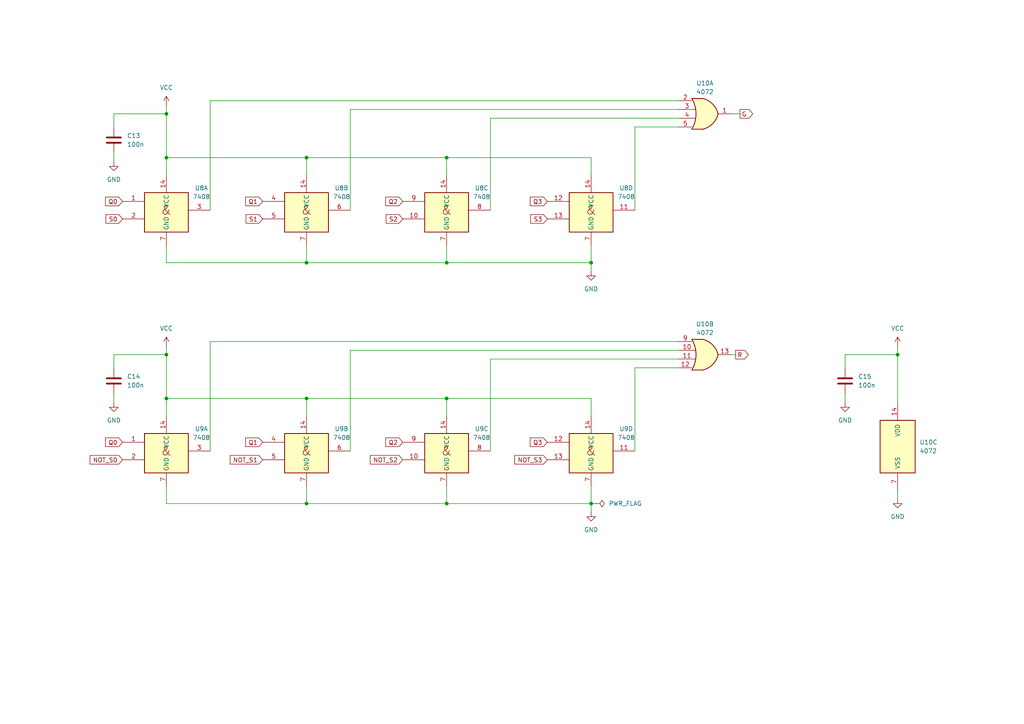
<source format=kicad_sch>
(kicad_sch (version 20250114) (generator "eeschema") (generator_version "9.0")
  (paper "A4")
  (title_block (title "PinCheck - 4 Pin Cable (LEMHAL)") (date "2025-08-27") (rev "Rev 1.0") (company "Igor Oliveira") (comment 1 "Continuity & Logic Test Circuit") (comment 2 "Decade Counter with pass/fail logic gates"))
  (lib_symbols
    (symbol "4xxx:4072" (pin_names (offset 1.016))
      (property "Reference" "U" (at 0 1.27 0))
      (property "Value" "4072" (at 0 -1.27 0))
      (symbol "4072_1_1"
        (arc (start -3.81 4.445) (mid -2.5908 0) (end -3.81 -4.445) (stroke (width 0.254)))
        (polyline (pts (xy -3.81 4.445) (xy -0.635 4.445)) (stroke (width 0.254)) (fill (type background)))
        (polyline (pts (xy -3.81 -4.445) (xy -0.635 -4.445)) (stroke (width 0.254)) (fill (type background)))
        (arc (start -0.6096 4.445) (mid 2.2198 2.8385) (end 3.81 0) (stroke (width 0.254)) (fill (type background)))
        (arc (start 3.81 0) (mid 2.224 -2.8428) (end -0.6096 -4.445) (stroke (width 0.254)) (fill (type background)))
        (polyline (pts (xy -0.635 4.445) (xy -3.81 4.445) (xy -3.81 4.445) (xy -3.6322 4.0894) (xy -3.0988 2.921) (xy -2.7686 1.6764) (xy -2.6162 0.4318) (xy -2.6416 -0.8636) (xy -2.8702 -2.1082) (xy -3.2512 -3.3274) (xy -3.81 -4.445) (xy -3.81 -4.445) (xy -0.635 -4.445)) (stroke (width -25.4)) (fill (type background)))
        (pin input line (at -7.62 3.81 0) (length 3.81) (name "~") (number "2"))
        (pin input line (at -7.62 1.27 0) (length 4.826) (name "~") (number "3"))
        (pin input line (at -7.62 -1.27 0) (length 4.826) (name "~") (number "4"))
        (pin input line (at -7.62 -3.81 0) (length 3.81) (name "~") (number "5"))
        (pin output line (at 7.62 0 180) (length 3.81) (name "~") (number "1"))
      )
      (symbol "4072_1_2"
        (arc (start -0.635 4.445) (mid 3.7907 0) (end -0.635 -4.445) (stroke (width 0.254)) (fill (type background)))
        (polyline (pts (xy -0.635 4.445) (xy -3.81 4.445) (xy -3.81 -4.445) (xy -0.635 -4.445)) (stroke (width 0.254)) (fill (type background)))
        (pin input inverted (at -7.62 3.81 0) (length 3.81) (name "~") (number "2"))
        (pin input inverted (at -7.62 1.27 0) (length 3.81) (name "~") (number "3"))
        (pin input inverted (at -7.62 -1.27 0) (length 3.81) (name "~") (number "4"))
        (pin input inverted (at -7.62 -3.81 0) (length 3.81) (name "~") (number "5"))
        (pin output inverted (at 7.62 0 180) (length 3.81) (name "~") (number "1"))
      )
      (symbol "4072_2_1"
        (arc (start -3.81 4.445) (mid -2.5908 0) (end -3.81 -4.445) (stroke (width 0.254)))
        (polyline (pts (xy -3.81 4.445) (xy -0.635 4.445)) (stroke (width 0.254)) (fill (type background)))
        (polyline (pts (xy -3.81 -4.445) (xy -0.635 -4.445)) (stroke (width 0.254)) (fill (type background)))
        (arc (start -0.6096 4.445) (mid 2.2198 2.8385) (end 3.81 0) (stroke (width 0.254)) (fill (type background)))
        (arc (start 3.81 0) (mid 2.224 -2.8428) (end -0.6096 -4.445) (stroke (width 0.254)) (fill (type background)))
        (polyline (pts (xy -0.635 4.445) (xy -3.81 4.445) (xy -3.81 4.445) (xy -3.6322 4.0894) (xy -3.0988 2.921) (xy -2.7686 1.6764) (xy -2.6162 0.4318) (xy -2.6416 -0.8636) (xy -2.8702 -2.1082) (xy -3.2512 -3.3274) (xy -3.81 -4.445) (xy -3.81 -4.445) (xy -0.635 -4.445)) (stroke (width -25.4)) (fill (type background)))
        (pin input line (at -7.62 3.81 0) (length 3.81) (name "~") (number "9"))
        (pin input line (at -7.62 1.27 0) (length 4.826) (name "~") (number "10"))
        (pin input line (at -7.62 -1.27 0) (length 4.826) (name "~") (number "11"))
        (pin input line (at -7.62 -3.81 0) (length 3.81) (name "~") (number "12"))
        (pin output line (at 7.62 0 180) (length 3.81) (name "~") (number "13"))
      )
      (symbol "4072_2_2"
        (arc (start -0.635 4.445) (mid 3.7907 0) (end -0.635 -4.445) (stroke (width 0.254)) (fill (type background)))
        (polyline (pts (xy -0.635 4.445) (xy -3.81 4.445) (xy -3.81 -4.445) (xy -0.635 -4.445)) (stroke (width 0.254)) (fill (type background)))
        (pin input inverted (at -7.62 3.81 0) (length 3.81) (name "~") (number "9"))
        (pin input inverted (at -7.62 1.27 0) (length 3.81) (name "~") (number "10"))
        (pin input inverted (at -7.62 -1.27 0) (length 3.81) (name "~") (number "11"))
        (pin input inverted (at -7.62 -3.81 0) (length 3.81) (name "~") (number "12"))
        (pin output inverted (at 7.62 0 180) (length 3.81) (name "~") (number "13"))
      )
      (symbol "4072_3_0"
        (pin power_in line (at 0 12.7 270) (length 5.08) (name "VDD") (number "14"))
        (pin power_in line (at 0 -12.7 90) (length 5.08) (name "VSS") (number "7"))
      )
      (symbol "4072_3_1"
        (rectangle (start -5.08 7.62) (end 5.08 -7.62) (stroke (width 0.254)) (fill (type background)))
      )
    )
    (symbol "74xx_IEEE:7408"
      (property "Reference" "U" (at 2.54 7.62 0))
      (property "Value" "7408" (at 3.81 -8.89 0))
      (symbol "7408_0_1"
        (rectangle (start -6.35 5.08) (end 6.35 -6.35) (stroke (width 0.254)) (fill (type background)))
        (text "&" (at 0 0 0) (effects (font (size 2.54 2.54))))
        (pin power_in line (at 0 10.16 270) (length 5.08) (name "VCC") (number "14"))
        (pin power_in line (at 0 -10.16 90) (length 3.81) (name "GND") (number "7"))
      )
      (symbol "7408_1_1"
        (pin input line (at -12.7 2.54 0) (length 6.35) (name "~") (number "1"))
        (pin input line (at -12.7 -2.54 0) (length 6.35) (name "~") (number "2"))
        (pin output line (at 12.7 0 180) (length 6.35) (name "~") (number "3"))
      )
      (symbol "7408_2_1"
        (pin input line (at -12.7 2.54 0) (length 6.35) (name "~") (number "4"))
        (pin input line (at -12.7 -2.54 0) (length 6.35) (name "~") (number "5"))
        (pin input line (at 12.7 0 180) (length 6.35) (name "~") (number "6"))
      )
      (symbol "7408_3_1"
        (pin input line (at -12.7 2.54 0) (length 6.35) (name "~") (number "9"))
        (pin input line (at -12.7 -2.54 0) (length 6.35) (name "~") (number "10"))
        (pin input line (at 12.7 0 180) (length 6.35) (name "~") (number "8"))
      )
      (symbol "7408_4_1"
        (pin input line (at -12.7 2.54 0) (length 6.35) (name "~") (number "12"))
        (pin input line (at -12.7 -2.54 0) (length 6.35) (name "~") (number "13"))
        (pin input line (at 12.7 0 180) (length 6.35) (name "~") (number "11"))
      )
    )
    (symbol "Device:C" (pin_numbers (hide yes)) (pin_names (offset 0.254))
      (property "Reference" "C" (at 0.635 2.54 0))
      (property "Value" "C" (at 0.635 -2.54 0))
      (symbol "C_0_1"
        (polyline (pts (xy -2.032 0.762) (xy 2.032 0.762)) (stroke (width 0.508)))
        (polyline (pts (xy -2.032 -0.762) (xy 2.032 -0.762)) (stroke (width 0.508)))
      )
      (symbol "C_1_1"
        (pin passive line (at 0 3.81 270) (length 2.794) (name "~") (number "1"))
        (pin passive line (at 0 -3.81 90) (length 2.794) (name "~") (number "2"))
      )
    )
    (symbol "power:GND" (power) (pin_numbers (hide yes)) (pin_names (offset 0) (hide yes))
      (property "Value" "GND" (at 0 -3.81 0))
      (symbol "GND_0_1"
        (polyline (pts (xy 0 0) (xy 0 -1.27) (xy 1.27 -1.27) (xy 0 -2.54) (xy -1.27 -1.27) (xy 0 -1.27)))
      )
      (symbol "GND_1_1"
        (pin power_in line (at 0 0 270) (length 0) (name "~") (number "1"))
      )
    )
    (symbol "power:PWR_FLAG" (power) (pin_numbers (hide yes)) (pin_names (offset 0) (hide yes))
      (property "Value" "PWR_FLAG" (at 0 3.81 0))
      (symbol "PWR_FLAG_0_0"
        (pin power_out line (at 0 0 90) (length 0) (name "~") (number "1"))
      )
      (symbol "PWR_FLAG_0_1"
        (polyline (pts (xy 0 0) (xy 0 1.27) (xy -1.016 1.905) (xy 0 2.54) (xy 1.016 1.905) (xy 0 1.27)))
      )
    )
    (symbol "power:VCC" (power) (pin_numbers (hide yes)) (pin_names (offset 0) (hide yes))
      (property "Value" "VCC" (at 0 3.556 0))
      (symbol "VCC_0_1"
        (polyline (pts (xy -0.762 1.27) (xy 0 2.54)))
        (polyline (pts (xy 0 2.54) (xy 0.762 1.27)))
        (polyline (pts (xy 0 0) (xy 0 2.54)))
      )
      (symbol "VCC_1_1"
        (pin power_in line (at 0 0 90) (length 0) (name "~") (number "1"))
      )
    )
  )
  (junction (at 48.26 102.87))
  (junction (at 48.26 115.57))
  (junction (at 88.9 76.2))
  (junction (at 129.54 45.72))
  (junction (at 129.54 146.05))
  (junction (at 48.26 33.02))
  (junction (at 88.9 115.57))
  (junction (at 48.26 45.72))
  (junction (at 88.9 146.05))
  (junction (at 88.9 45.72))
  (junction (at 129.54 115.57))
  (junction (at 129.54 76.2))
  (junction (at 171.45 76.2))
  (junction (at 171.45 146.05))
  (junction (at 260.35 102.87))
  (wire (pts (xy 101.6 101.6) (xy 196.85 101.6)))
  (wire (pts (xy 48.26 115.57) (xy 88.9 115.57)))
  (wire (pts (xy 260.35 102.87) (xy 245.11 102.87)))
  (wire (pts (xy 129.54 45.72) (xy 171.45 45.72)))
  (wire (pts (xy 196.85 31.75) (xy 101.6 31.75)))
  (wire (pts (xy 88.9 45.72) (xy 129.54 45.72)))
  (wire (pts (xy 129.54 45.72) (xy 129.54 50.8)))
  (wire (pts (xy 171.45 148.59) (xy 171.45 146.05)))
  (wire (pts (xy 60.96 130.81) (xy 60.96 99.06)))
  (wire (pts (xy 88.9 71.12) (xy 88.9 76.2)))
  (wire (pts (xy 88.9 140.97) (xy 88.9 146.05)))
  (wire (pts (xy 88.9 76.2) (xy 129.54 76.2)))
  (wire (pts (xy 142.24 104.14) (xy 196.85 104.14)))
  (wire (pts (xy 260.35 142.24) (xy 260.35 144.78)))
  (wire (pts (xy 88.9 115.57) (xy 88.9 120.65)))
  (wire (pts (xy 129.54 140.97) (xy 129.54 146.05)))
  (wire (pts (xy 101.6 101.6) (xy 101.6 130.81)))
  (wire (pts (xy 48.26 71.12) (xy 48.26 76.2)))
  (wire (pts (xy 245.11 116.84) (xy 245.11 114.3)))
  (wire (pts (xy 214.63 33.02) (xy 212.09 33.02)))
  (wire (pts (xy 101.6 31.75) (xy 101.6 60.96)))
  (wire (pts (xy 48.26 45.72) (xy 48.26 50.8)))
  (wire (pts (xy 48.26 76.2) (xy 88.9 76.2)))
  (wire (pts (xy 48.26 45.72) (xy 88.9 45.72)))
  (wire (pts (xy 88.9 45.72) (xy 88.9 50.8)))
  (wire (pts (xy 171.45 115.57) (xy 171.45 120.65)))
  (wire (pts (xy 142.24 130.81) (xy 142.24 104.14)))
  (wire (pts (xy 129.54 71.12) (xy 129.54 76.2)))
  (wire (pts (xy 48.26 30.48) (xy 48.26 33.02)))
  (wire (pts (xy 171.45 78.74) (xy 171.45 76.2)))
  (wire (pts (xy 245.11 102.87) (xy 245.11 106.68)))
  (wire (pts (xy 48.26 45.72) (xy 48.26 33.02)))
  (wire (pts (xy 88.9 115.57) (xy 129.54 115.57)))
  (wire (pts (xy 48.26 115.57) (xy 48.26 102.87)))
  (wire (pts (xy 33.02 46.99) (xy 33.02 44.45)))
  (wire (pts (xy 171.45 45.72) (xy 171.45 50.8)))
  (wire (pts (xy 142.24 60.96) (xy 142.24 34.29)))
  (wire (pts (xy 33.02 33.02) (xy 33.02 36.83)))
  (wire (pts (xy 260.35 102.87) (xy 260.35 116.84)))
  (wire (pts (xy 184.15 106.68) (xy 184.15 130.81)))
  (wire (pts (xy 33.02 102.87) (xy 33.02 106.68)))
  (wire (pts (xy 33.02 116.84) (xy 33.02 114.3)))
  (wire (pts (xy 184.15 36.83) (xy 196.85 36.83)))
  (wire (pts (xy 48.26 140.97) (xy 48.26 146.05)))
  (wire (pts (xy 48.26 102.87) (xy 33.02 102.87)))
  (wire (pts (xy 48.26 100.33) (xy 48.26 102.87)))
  (wire (pts (xy 260.35 100.33) (xy 260.35 102.87)))
  (wire (pts (xy 129.54 146.05) (xy 171.45 146.05)))
  (wire (pts (xy 171.45 140.97) (xy 171.45 146.05)))
  (wire (pts (xy 184.15 106.68) (xy 196.85 106.68)))
  (wire (pts (xy 129.54 76.2) (xy 171.45 76.2)))
  (wire (pts (xy 60.96 99.06) (xy 196.85 99.06)))
  (wire (pts (xy 88.9 146.05) (xy 129.54 146.05)))
  (wire (pts (xy 60.96 29.21) (xy 196.85 29.21)))
  (wire (pts (xy 60.96 60.96) (xy 60.96 29.21)))
  (wire (pts (xy 129.54 115.57) (xy 129.54 120.65)))
  (wire (pts (xy 48.26 33.02) (xy 33.02 33.02)))
  (wire (pts (xy 184.15 36.83) (xy 184.15 60.96)))
  (wire (pts (xy 171.45 71.12) (xy 171.45 76.2)))
  (wire (pts (xy 48.26 146.05) (xy 88.9 146.05)))
  (wire (pts (xy 172.72 146.05) (xy 171.45 146.05)))
  (wire (pts (xy 142.24 34.29) (xy 196.85 34.29)))
  (wire (pts (xy 213.36 102.87) (xy 212.09 102.87)))
  (wire (pts (xy 48.26 115.57) (xy 48.26 120.65)))
  (wire (pts (xy 129.54 115.57) (xy 171.45 115.57)))
  (global_label "Q0" (shape input) (at 35.56 58.42 180) (property "Intersheetrefs" "${INTERSHEET_REFS}" (effects (hide yes))))
  (global_label "S2" (shape input) (at 116.84 63.5 180) (property "Intersheetrefs" "${INTERSHEET_REFS}" (effects (hide yes))))
  (global_label "S0" (shape input) (at 35.56 63.5 180) (property "Intersheetrefs" "${INTERSHEET_REFS}" (effects (hide yes))))
  (global_label "NOT_S1" (shape input) (at 76.2 133.35 180) (property "Intersheetrefs" "${INTERSHEET_REFS}" (effects (hide yes))))
  (global_label "Q3" (shape input) (at 158.75 58.42 180) (property "Intersheetrefs" "${INTERSHEET_REFS}" (effects (hide yes))))
  (global_label "Q0" (shape input) (at 35.56 128.27 180) (property "Intersheetrefs" "${INTERSHEET_REFS}" (effects (hide yes))))
  (global_label "S3" (shape input) (at 158.75 63.5 180) (property "Intersheetrefs" "${INTERSHEET_REFS}" (effects (hide yes))))
  (global_label "NOT_S0" (shape input) (at 35.56 133.35 180) (property "Intersheetrefs" "${INTERSHEET_REFS}" (effects (hide yes))))
  (global_label "G" (shape output) (at 214.63 33.02 0) (property "Intersheetrefs" "${INTERSHEET_REFS}" (effects (hide yes))))
  (global_label "Q3" (shape input) (at 158.75 128.27 180) (property "Intersheetrefs" "${INTERSHEET_REFS}" (effects (hide yes))))
  (global_label "NOT_S2" (shape input) (at 116.84 133.35 180) (property "Intersheetrefs" "${INTERSHEET_REFS}" (effects (hide yes))))
  (global_label "NOT_S3" (shape input) (at 158.75 133.35 180) (property "Intersheetrefs" "${INTERSHEET_REFS}" (effects (hide yes))))
  (global_label "Q2" (shape input) (at 116.84 58.42 180) (property "Intersheetrefs" "${INTERSHEET_REFS}" (effects (hide yes))))
  (global_label "R" (shape output) (at 213.36 102.87 0) (property "Intersheetrefs" "${INTERSHEET_REFS}" (effects (hide yes))))
  (global_label "S1" (shape input) (at 76.2 63.5 180) (property "Intersheetrefs" "${INTERSHEET_REFS}" (effects (hide yes))))
  (global_label "Q1" (shape input) (at 76.2 128.27 180) (property "Intersheetrefs" "${INTERSHEET_REFS}" (effects (hide yes))))
  (global_label "Q2" (shape input) (at 116.84 128.27 180) (property "Intersheetrefs" "${INTERSHEET_REFS}" (effects (hide yes))))
  (global_label "Q1" (shape input) (at 76.2 58.42 180) (property "Intersheetrefs" "${INTERSHEET_REFS}" (effects (hide yes))))
  (symbol (lib_id "74xx_IEEE:7408") (at 48.26 130.81 0) (unit 1)
    (property "Reference" "U9" (at 58.42 124.3898 0))
    (property "Value" "7408" (at 58.42 126.9298 0))
    (property "Footprint" "Package_SO:SOIC-14_3.9x8.7mm_P1.27mm" (effects (hide yes)))
    (property "Description" "AND Gate IC 4 Channel 14-SOIC" (effects (hide yes)))
    (property "Manufacturer Part No" "74HC08D" (effects (hide yes)))
  )
  (symbol (lib_id "74xx_IEEE:7408") (at 171.45 130.81 0) (unit 4)
    (property "Reference" "U9" (at 181.61 124.3898 0))
    (property "Value" "7408" (at 181.61 126.9298 0))
    (property "Footprint" "Package_SO:SOIC-14_3.9x8.7mm_P1.27mm" (effects (hide yes)))
    (property "Description" "AND Gate IC 4 Channel 14-SOIC" (effects (hide yes)))
    (property "Manufacturer Part No" "74HC08D" (effects (hide yes)))
  )
  (symbol (lib_id "74xx_IEEE:7408") (at 88.9 130.81 0) (unit 2)
    (property "Reference" "U9" (at 99.06 124.3898 0))
    (property "Value" "7408" (at 99.06 126.9298 0))
    (property "Footprint" "Package_SO:SOIC-14_3.9x8.7mm_P1.27mm" (effects (hide yes)))
    (property "Description" "AND Gate IC 4 Channel 14-SOIC" (effects (hide yes)))
    (property "Manufacturer Part No" "74HC08D" (effects (hide yes)))
  )
  (symbol (lib_id "74xx_IEEE:7408") (at 48.26 60.96 0) (unit 1)
    (property "Reference" "U8" (at 58.42 54.5398 0))
    (property "Value" "7408" (at 58.42 57.0798 0))
    (property "Footprint" "Package_SO:SOIC-14_3.9x8.7mm_P1.27mm" (effects (hide yes)))
    (property "Description" "AND Gate IC 4 Channel 14-SOIC" (effects (hide yes)))
    (property "Manufacturer Part No" "74HC08D" (effects (hide yes)))
  )
  (symbol (lib_id "power:GND") (at 33.02 116.84 0) (unit 1)
    (property "Reference" "#PWR043" (effects (hide yes)))
    (property "Value" "GND" (at 33.02 121.92 0))
    (property "Description" "Power symbol creates a global label with name \"GND\" , ground" (effects (hide yes)))
  )
  (symbol (lib_id "power:GND") (at 260.35 144.78 0) (unit 1)
    (property "Reference" "#PWR050" (effects (hide yes)))
    (property "Value" "GND" (at 260.35 149.86 0))
    (property "Description" "Power symbol creates a global label with name \"GND\" , ground" (effects (hide yes)))
  )
  (symbol (lib_id "4xxx:4072") (at 204.47 33.02 0) (unit 1)
    (property "Reference" "U10" (at 204.47 24.13 0))
    (property "Value" "4072" (at 204.47 26.67 0))
    (property "Footprint" "Package_SO:SOIC-14_3.9x8.7mm_P1.27mm" (effects (hide yes)))
    (property "Datasheet" "http://www.intersil.com/content/dam/Intersil/documents/cd40/cd4071bms-72bms-75bms.pdf" (effects (hide yes)))
    (property "Description" "OR Gate IC 2 Channel 14-SOIC" (effects (hide yes)))
    (property "Manufacturer Part No" "CD4072BM96" (effects (hide yes)))
  )
  (symbol (lib_id "power:GND") (at 245.11 116.84 0) (unit 1)
    (property "Reference" "#PWR048" (effects (hide yes)))
    (property "Value" "GND" (at 245.11 121.92 0))
    (property "Description" "Power symbol creates a global label with name \"GND\" , ground" (effects (hide yes)))
  )
  (symbol (lib_id "Device:C") (at 245.11 110.49 0) (unit 1)
    (property "Reference" "C15" (at 248.92 109.2199 0) (effects (justify left)))
    (property "Value" "100n" (at 248.92 111.7599 0) (effects (justify left)))
    (property "Footprint" "Capacitor_SMD:C_0805_2012Metric" (effects (hide yes)))
    (property "Description" "SMD Multilayer Ceramic Capacitor, 0.1 µF, 16 V, 0805 [2012 Metric], ± 10%, X7R" (effects (hide yes)))
    (property "Manufacturer Part No" "0805B104K160CT" (effects (hide yes)))
  )
  (symbol (lib_id "4xxx:4072") (at 260.35 129.54 0) (unit 3)
    (property "Reference" "U10" (at 266.7 128.2699 0) (effects (justify left)))
    (property "Value" "4072" (at 266.7 130.8099 0) (effects (justify left)))
    (property "Footprint" "Package_SO:SOIC-14_3.9x8.7mm_P1.27mm" (effects (hide yes)))
    (property "Datasheet" "http://www.intersil.com/content/dam/Intersil/documents/cd40/cd4071bms-72bms-75bms.pdf" (effects (hide yes)))
    (property "Description" "OR Gate IC 2 Channel 14-SOIC" (effects (hide yes)))
    (property "Manufacturer Part No" "CD4072BM96" (effects (hide yes)))
  )
  (symbol (lib_id "74xx_IEEE:7408") (at 129.54 60.96 0) (unit 3)
    (property "Reference" "U8" (at 139.7 54.5398 0))
    (property "Value" "7408" (at 139.7 57.0798 0))
    (property "Footprint" "Package_SO:SOIC-14_3.9x8.7mm_P1.27mm" (effects (hide yes)))
    (property "Description" "AND Gate IC 4 Channel 14-SOIC" (effects (hide yes)))
    (property "Manufacturer Part No" "74HC08D" (effects (hide yes)))
  )
  (symbol (lib_id "power:GND") (at 171.45 78.74 0) (unit 1)
    (property "Reference" "#PWR046" (effects (hide yes)))
    (property "Value" "GND" (at 171.45 83.82 0))
    (property "Description" "Power symbol creates a global label with name \"GND\" , ground" (effects (hide yes)))
  )
  (symbol (lib_id "74xx_IEEE:7408") (at 171.45 60.96 0) (unit 4)
    (property "Reference" "U8" (at 181.61 54.5398 0))
    (property "Value" "7408" (at 181.61 57.0798 0))
    (property "Footprint" "Package_SO:SOIC-14_3.9x8.7mm_P1.27mm" (effects (hide yes)))
    (property "Description" "AND Gate IC 4 Channel 14-SOIC" (effects (hide yes)))
    (property "Manufacturer Part No" "74HC08D" (effects (hide yes)))
  )
  (symbol (lib_id "power:VCC") (at 48.26 100.33 0) (unit 1)
    (property "Reference" "#PWR045" (effects (hide yes)))
    (property "Value" "VCC" (at 48.26 95.25 0))
    (property "Description" "Power symbol creates a global label with name \"VCC\"" (effects (hide yes)))
  )
  (symbol (lib_id "power:VCC") (at 260.35 100.33 0) (unit 1)
    (property "Reference" "#PWR049" (effects (hide yes)))
    (property "Value" "VCC" (at 260.35 95.25 0))
    (property "Description" "Power symbol creates a global label with name \"VCC\"" (effects (hide yes)))
  )
  (symbol (lib_id "74xx_IEEE:7408") (at 88.9 60.96 0) (unit 2)
    (property "Reference" "U8" (at 99.06 54.5398 0))
    (property "Value" "7408" (at 99.06 57.0798 0))
    (property "Footprint" "Package_SO:SOIC-14_3.9x8.7mm_P1.27mm" (effects (hide yes)))
    (property "Description" "AND Gate IC 4 Channel 14-SOIC" (effects (hide yes)))
    (property "Manufacturer Part No" "74HC08D" (effects (hide yes)))
  )
  (symbol (lib_id "power:GND") (at 33.02 46.99 0) (unit 1)
    (property "Reference" "#PWR042" (effects (hide yes)))
    (property "Value" "GND" (at 33.02 52.07 0))
    (property "Description" "Power symbol creates a global label with name \"GND\" , ground" (effects (hide yes)))
  )
  (symbol (lib_id "Device:C") (at 33.02 40.64 0) (unit 1)
    (property "Reference" "C13" (at 36.83 39.3699 0) (effects (justify left)))
    (property "Value" "100n" (at 36.83 41.9099 0) (effects (justify left)))
    (property "Footprint" "Capacitor_SMD:C_0805_2012Metric" (effects (hide yes)))
    (property "Description" "SMD Multilayer Ceramic Capacitor, 0.1 µF, 16 V, 0805 [2012 Metric], ± 10%, X7R" (effects (hide yes)))
    (property "Manufacturer Part No" "0805B104K160CT" (effects (hide yes)))
  )
  (symbol (lib_id "4xxx:4072") (at 204.47 102.87 0) (unit 2)
    (property "Reference" "U10" (at 204.47 93.98 0))
    (property "Value" "4072" (at 204.47 96.52 0))
    (property "Footprint" "Package_SO:SOIC-14_3.9x8.7mm_P1.27mm" (effects (hide yes)))
    (property "Datasheet" "http://www.intersil.com/content/dam/Intersil/documents/cd40/cd4071bms-72bms-75bms.pdf" (effects (hide yes)))
    (property "Description" "OR Gate IC 2 Channel 14-SOIC" (effects (hide yes)))
    (property "Manufacturer Part No" "CD4072BM96" (effects (hide yes)))
  )
  (symbol (lib_id "power:PWR_FLAG") (at 172.72 146.05 270) (unit 1)
    (property "Reference" "#FLG03" (effects (hide yes)))
    (property "Value" "PWR_FLAG" (at 176.53 146.0499 90) (effects (justify left)))
    (property "Description" "Special symbol for telling ERC where power comes from" (effects (hide yes)))
  )
  (symbol (lib_id "74xx_IEEE:7408") (at 129.54 130.81 0) (unit 3)
    (property "Reference" "U9" (at 139.7 124.3898 0))
    (property "Value" "7408" (at 139.7 126.9298 0))
    (property "Footprint" "Package_SO:SOIC-14_3.9x8.7mm_P1.27mm" (effects (hide yes)))
    (property "Description" "AND Gate IC 4 Channel 14-SOIC" (effects (hide yes)))
    (property "Manufacturer Part No" "74HC08D" (effects (hide yes)))
  )
  (symbol (lib_id "power:GND") (at 171.45 148.59 0) (unit 1)
    (property "Reference" "#PWR047" (effects (hide yes)))
    (property "Value" "GND" (at 171.45 153.67 0))
    (property "Description" "Power symbol creates a global label with name \"GND\" , ground" (effects (hide yes)))
  )
  (symbol (lib_id "Device:C") (at 33.02 110.49 0) (unit 1)
    (property "Reference" "C14" (at 36.83 109.2199 0) (effects (justify left)))
    (property "Value" "100n" (at 36.83 111.7599 0) (effects (justify left)))
    (property "Footprint" "Capacitor_SMD:C_0805_2012Metric" (effects (hide yes)))
    (property "Description" "SMD Multilayer Ceramic Capacitor, 0.1 µF, 16 V, 0805 [2012 Metric], ± 10%, X7R" (effects (hide yes)))
    (property "Manufacturer Part No" "0805B104K160CT" (effects (hide yes)))
  )
  (symbol (lib_id "power:VCC") (at 48.26 30.48 0) (unit 1)
    (property "Reference" "#PWR044" (effects (hide yes)))
    (property "Value" "VCC" (at 48.26 25.4 0))
    (property "Description" "Power symbol creates a global label with name \"VCC\"" (effects (hide yes)))
  )
)
</source>
